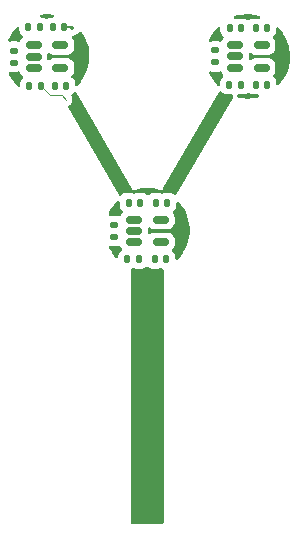
<source format=gbr>
%TF.GenerationSoftware,KiCad,Pcbnew,8.0.8-8.0.8-0~ubuntu22.04.1*%
%TF.CreationDate,2025-03-19T14:39:25-04:00*%
%TF.ProjectId,hpk_5mm,68706b5f-356d-46d2-9e6b-696361645f70,rev?*%
%TF.SameCoordinates,Original*%
%TF.FileFunction,Copper,L1,Top*%
%TF.FilePolarity,Positive*%
%FSLAX46Y46*%
G04 Gerber Fmt 4.6, Leading zero omitted, Abs format (unit mm)*
G04 Created by KiCad (PCBNEW 8.0.8-8.0.8-0~ubuntu22.04.1) date 2025-03-19 14:39:25*
%MOMM*%
%LPD*%
G01*
G04 APERTURE LIST*
G04 Aperture macros list*
%AMRoundRect*
0 Rectangle with rounded corners*
0 $1 Rounding radius*
0 $2 $3 $4 $5 $6 $7 $8 $9 X,Y pos of 4 corners*
0 Add a 4 corners polygon primitive as box body*
4,1,4,$2,$3,$4,$5,$6,$7,$8,$9,$2,$3,0*
0 Add four circle primitives for the rounded corners*
1,1,$1+$1,$2,$3*
1,1,$1+$1,$4,$5*
1,1,$1+$1,$6,$7*
1,1,$1+$1,$8,$9*
0 Add four rect primitives between the rounded corners*
20,1,$1+$1,$2,$3,$4,$5,0*
20,1,$1+$1,$4,$5,$6,$7,0*
20,1,$1+$1,$6,$7,$8,$9,0*
20,1,$1+$1,$8,$9,$2,$3,0*%
G04 Aperture macros list end*
%TA.AperFunction,SMDPad,CuDef*%
%ADD10RoundRect,0.135000X-0.185000X0.135000X-0.185000X-0.135000X0.185000X-0.135000X0.185000X0.135000X0*%
%TD*%
%TA.AperFunction,SMDPad,CuDef*%
%ADD11RoundRect,0.140000X0.140000X0.170000X-0.140000X0.170000X-0.140000X-0.170000X0.140000X-0.170000X0*%
%TD*%
%TA.AperFunction,SMDPad,CuDef*%
%ADD12RoundRect,0.140000X-0.140000X-0.170000X0.140000X-0.170000X0.140000X0.170000X-0.140000X0.170000X0*%
%TD*%
%TA.AperFunction,SMDPad,CuDef*%
%ADD13RoundRect,0.150000X-0.512500X-0.150000X0.512500X-0.150000X0.512500X0.150000X-0.512500X0.150000X0*%
%TD*%
%TA.AperFunction,SMDPad,CuDef*%
%ADD14RoundRect,0.135000X0.135000X0.185000X-0.135000X0.185000X-0.135000X-0.185000X0.135000X-0.185000X0*%
%TD*%
%TA.AperFunction,SMDPad,CuDef*%
%ADD15RoundRect,0.135000X-0.135000X-0.185000X0.135000X-0.185000X0.135000X0.185000X-0.135000X0.185000X0*%
%TD*%
%TA.AperFunction,ViaPad*%
%ADD16C,0.355600*%
%TD*%
%TA.AperFunction,Conductor*%
%ADD17C,0.101600*%
%TD*%
%TA.AperFunction,Conductor*%
%ADD18C,0.200000*%
%TD*%
G04 APERTURE END LIST*
D10*
%TO.P,R12,1*%
%TO.N,Net-(C11-Pad2)*%
X143700000Y-80790000D03*
%TO.P,R12,2*%
%TO.N,/sipm_tia3/VOUT*%
X143700000Y-81810000D03*
%TD*%
D11*
%TO.P,C2,1*%
%TO.N,/sipm_tia1/V+*%
X139458200Y-64048000D03*
%TO.P,C2,2*%
%TO.N,GND*%
X138498200Y-64048000D03*
%TD*%
D10*
%TO.P,R8,1*%
%TO.N,Net-(C7-Pad2)*%
X152241600Y-66023900D03*
%TO.P,R8,2*%
%TO.N,/sipm_tia2/VOUT*%
X152241600Y-67043900D03*
%TD*%
D12*
%TO.P,C4,1*%
%TO.N,/sipm_tia1/V-*%
X136418200Y-64048000D03*
%TO.P,C4,2*%
%TO.N,GND*%
X137378200Y-64048000D03*
%TD*%
D13*
%TO.P,U2,1*%
%TO.N,Net-(C7-Pad2)*%
X153904100Y-65583900D03*
%TO.P,U2,2,V-*%
%TO.N,/sipm_tia1/V-*%
X153904100Y-66533900D03*
%TO.P,U2,3,+*%
%TO.N,GND*%
X153904100Y-67483900D03*
%TO.P,U2,4,-*%
%TO.N,Net-(D2-A)*%
X156179100Y-67483900D03*
%TO.P,U2,5,V+*%
%TO.N,/sipm_tia1/V+*%
X156179100Y-65583900D03*
%TD*%
%TO.P,U3,1*%
%TO.N,Net-(C11-Pad2)*%
X145362500Y-80350000D03*
%TO.P,U3,2,V-*%
%TO.N,/sipm_tia1/V-*%
X145362500Y-81300000D03*
%TO.P,U3,3,+*%
%TO.N,GND*%
X145362500Y-82250000D03*
%TO.P,U3,4,-*%
%TO.N,Net-(D3-A)*%
X147637500Y-82250000D03*
%TO.P,U3,5,V+*%
%TO.N,/sipm_tia1/V+*%
X147637500Y-80350000D03*
%TD*%
D14*
%TO.P,R3,1*%
%TO.N,Net-(D1-A)*%
X137508200Y-69048000D03*
%TO.P,R3,2*%
%TO.N,Net-(C3-Pad2)*%
X136488200Y-69048000D03*
%TD*%
D12*
%TO.P,C6,1*%
%TO.N,/sipm_tia1/V+*%
X155661600Y-64133900D03*
%TO.P,C6,2*%
%TO.N,GND*%
X156621600Y-64133900D03*
%TD*%
%TO.P,C8,1*%
%TO.N,/sipm_tia1/V-*%
X153461600Y-64133900D03*
%TO.P,C8,2*%
%TO.N,GND*%
X154421600Y-64133900D03*
%TD*%
%TO.P,C11,1*%
%TO.N,Net-(D3-A)*%
X147120000Y-83700000D03*
%TO.P,C11,2*%
%TO.N,Net-(C11-Pad2)*%
X148080000Y-83700000D03*
%TD*%
%TO.P,C10,1*%
%TO.N,/sipm_tia1/V+*%
X147220000Y-78900000D03*
%TO.P,C10,2*%
%TO.N,GND*%
X148180000Y-78900000D03*
%TD*%
D15*
%TO.P,R11,1*%
%TO.N,Net-(D3-A)*%
X144790000Y-83700000D03*
%TO.P,R11,2*%
%TO.N,Net-(C11-Pad2)*%
X145810000Y-83700000D03*
%TD*%
D12*
%TO.P,C3,1*%
%TO.N,Net-(D1-A)*%
X138638200Y-69048000D03*
%TO.P,C3,2*%
%TO.N,Net-(C3-Pad2)*%
X139598200Y-69048000D03*
%TD*%
D15*
%TO.P,R7,1*%
%TO.N,Net-(D2-A)*%
X153421600Y-68933900D03*
%TO.P,R7,2*%
%TO.N,Net-(C7-Pad2)*%
X154441600Y-68933900D03*
%TD*%
D12*
%TO.P,C7,1*%
%TO.N,Net-(D2-A)*%
X155681600Y-68933900D03*
%TO.P,C7,2*%
%TO.N,Net-(C7-Pad2)*%
X156641600Y-68933900D03*
%TD*%
%TO.P,C12,1*%
%TO.N,/sipm_tia1/V-*%
X144920000Y-78900000D03*
%TO.P,C12,2*%
%TO.N,GND*%
X145880000Y-78900000D03*
%TD*%
D10*
%TO.P,R4,1*%
%TO.N,Net-(C3-Pad2)*%
X135198200Y-66038000D03*
%TO.P,R4,2*%
%TO.N,/sipm_tia1/VOUT*%
X135198200Y-67058000D03*
%TD*%
D13*
%TO.P,U1,1*%
%TO.N,Net-(C3-Pad2)*%
X136860700Y-65598000D03*
%TO.P,U1,2,V-*%
%TO.N,/sipm_tia1/V-*%
X136860700Y-66548000D03*
%TO.P,U1,3,+*%
%TO.N,GND*%
X136860700Y-67498000D03*
%TO.P,U1,4,-*%
%TO.N,Net-(D1-A)*%
X139135700Y-67498000D03*
%TO.P,U1,5,V+*%
%TO.N,/sipm_tia1/V+*%
X139135700Y-65598000D03*
%TD*%
D16*
%TO.N,/sipm_tia1/V+*%
X140111200Y-64112000D03*
%TD*%
D17*
%TO.N,Net-(D1-A)*%
X138284800Y-69824600D02*
X138480800Y-69824600D01*
X138480800Y-69824600D02*
X139242800Y-69824600D01*
X139242800Y-69824600D02*
X139598400Y-70180200D01*
X137508200Y-69048000D02*
X138284800Y-69824600D01*
D18*
%TO.N,/sipm_tia1/V+*%
X139458200Y-64048000D02*
X140047200Y-64048000D01*
X140047200Y-64048000D02*
X140111200Y-64112000D01*
%TD*%
%TA.AperFunction,Conductor*%
%TO.N,/sipm_tia1/VBIAS*%
G36*
X146509796Y-84321449D02*
G01*
X146554145Y-84349950D01*
X146584307Y-84380112D01*
X146584311Y-84380115D01*
X146584313Y-84380117D01*
X146723605Y-84462494D01*
X146764587Y-84474400D01*
X146879002Y-84507642D01*
X146879005Y-84507642D01*
X146879007Y-84507643D01*
X146915310Y-84510500D01*
X146915318Y-84510500D01*
X147324682Y-84510500D01*
X147324690Y-84510500D01*
X147360993Y-84507643D01*
X147360995Y-84507642D01*
X147360997Y-84507642D01*
X147414898Y-84491982D01*
X147516395Y-84462494D01*
X147536879Y-84450379D01*
X147604601Y-84433196D01*
X147663119Y-84450379D01*
X147683605Y-84462494D01*
X147786092Y-84492269D01*
X147844976Y-84529875D01*
X147874183Y-84593347D01*
X147875435Y-84615231D01*
X147875084Y-84626401D01*
X147875997Y-84631068D01*
X147878300Y-84654856D01*
X147878300Y-105996700D01*
X147858615Y-106063739D01*
X147805811Y-106109494D01*
X147754300Y-106120700D01*
X145257300Y-106120700D01*
X145190261Y-106101015D01*
X145144506Y-106048211D01*
X145133300Y-105996700D01*
X145133300Y-84654856D01*
X145135603Y-84631068D01*
X145136515Y-84626404D01*
X145136513Y-84626399D01*
X145136380Y-84622124D01*
X145135737Y-84617119D01*
X145135684Y-84617130D01*
X145131754Y-84597378D01*
X145137978Y-84527786D01*
X145180838Y-84472606D01*
X145190236Y-84466455D01*
X145236881Y-84438870D01*
X145304603Y-84421688D01*
X145363117Y-84438869D01*
X145420607Y-84472869D01*
X145420610Y-84472869D01*
X145420612Y-84472871D01*
X145574791Y-84517664D01*
X145574794Y-84517664D01*
X145574796Y-84517665D01*
X145610819Y-84520500D01*
X146009180Y-84520499D01*
X146045204Y-84517665D01*
X146199393Y-84472869D01*
X146337598Y-84391135D01*
X146378782Y-84349951D01*
X146440105Y-84316465D01*
X146509796Y-84321449D01*
G37*
%TD.AperFunction*%
%TA.AperFunction,Conductor*%
G36*
X149165703Y-78868911D02*
G01*
X149179865Y-78883369D01*
X149245723Y-78962624D01*
X149360007Y-79100158D01*
X149367430Y-79110057D01*
X149559866Y-79395293D01*
X149566265Y-79405882D01*
X149729312Y-79708865D01*
X149734625Y-79720039D01*
X149866673Y-80037781D01*
X149870845Y-80049429D01*
X149970568Y-80378734D01*
X149973559Y-80390740D01*
X150039969Y-80728355D01*
X150041748Y-80740600D01*
X150074181Y-81083144D01*
X150074731Y-81095504D01*
X150072866Y-81439572D01*
X150072182Y-81451926D01*
X150036037Y-81794104D01*
X150034125Y-81806329D01*
X149964059Y-82143199D01*
X149960938Y-82155171D01*
X149857653Y-82483377D01*
X149853355Y-82494979D01*
X149717874Y-82811263D01*
X149712441Y-82822379D01*
X149546113Y-83123588D01*
X149539599Y-83134107D01*
X149344084Y-83417238D01*
X149336554Y-83427056D01*
X149113798Y-83689291D01*
X149105328Y-83698309D01*
X149070536Y-83731831D01*
X149008601Y-83764170D01*
X148939014Y-83757891D01*
X148883869Y-83714987D01*
X148860673Y-83649081D01*
X148860500Y-83642535D01*
X148860500Y-83465317D01*
X148860499Y-83465302D01*
X148859359Y-83450819D01*
X148857643Y-83429007D01*
X148857076Y-83427056D01*
X148812495Y-83273609D01*
X148812494Y-83273606D01*
X148812494Y-83273605D01*
X148730117Y-83134313D01*
X148730115Y-83134311D01*
X148730112Y-83134307D01*
X148620556Y-83024751D01*
X148587071Y-82963428D01*
X148592055Y-82893736D01*
X148620553Y-82849392D01*
X148668081Y-82801865D01*
X148751744Y-82660398D01*
X148797598Y-82502569D01*
X148800500Y-82465694D01*
X148800500Y-82034306D01*
X148797598Y-81997431D01*
X148751744Y-81839602D01*
X148668081Y-81698135D01*
X148668079Y-81698133D01*
X148668076Y-81698129D01*
X148551870Y-81581923D01*
X148551862Y-81581917D01*
X148410396Y-81498255D01*
X148410393Y-81498254D01*
X148252573Y-81452402D01*
X148252567Y-81452401D01*
X148215701Y-81449500D01*
X148215694Y-81449500D01*
X147059306Y-81449500D01*
X147059298Y-81449500D01*
X147022432Y-81452401D01*
X147022426Y-81452402D01*
X146864606Y-81498254D01*
X146864603Y-81498255D01*
X146716420Y-81585890D01*
X146715345Y-81584073D01*
X146660448Y-81605620D01*
X146591932Y-81591931D01*
X146541694Y-81543373D01*
X146525500Y-81482104D01*
X146525500Y-81117895D01*
X146545185Y-81050856D01*
X146597989Y-81005101D01*
X146667147Y-80995157D01*
X146715496Y-81015671D01*
X146716420Y-81014110D01*
X146757034Y-81038128D01*
X146864602Y-81101744D01*
X146906224Y-81113836D01*
X147022426Y-81147597D01*
X147022429Y-81147597D01*
X147022431Y-81147598D01*
X147059306Y-81150500D01*
X147059314Y-81150500D01*
X148215686Y-81150500D01*
X148215694Y-81150500D01*
X148252569Y-81147598D01*
X148252571Y-81147597D01*
X148252573Y-81147597D01*
X148354806Y-81117895D01*
X148410398Y-81101744D01*
X148551865Y-81018081D01*
X148668081Y-80901865D01*
X148751744Y-80760398D01*
X148797598Y-80602569D01*
X148800500Y-80565694D01*
X148800500Y-80134306D01*
X148797598Y-80097431D01*
X148781534Y-80042140D01*
X148751745Y-79939606D01*
X148751744Y-79939603D01*
X148751744Y-79939602D01*
X148668081Y-79798135D01*
X148668079Y-79798133D01*
X148668076Y-79798129D01*
X148661813Y-79791866D01*
X148628328Y-79730543D01*
X148633312Y-79660851D01*
X148675184Y-79604918D01*
X148686365Y-79597457D01*
X148715687Y-79580117D01*
X148830117Y-79465687D01*
X148912494Y-79326395D01*
X148957643Y-79170993D01*
X148960500Y-79134690D01*
X148960500Y-78962624D01*
X148980185Y-78895585D01*
X149032989Y-78849830D01*
X149102147Y-78839886D01*
X149165703Y-78868911D01*
G37*
%TD.AperFunction*%
%TA.AperFunction,Conductor*%
G36*
X144156407Y-82548423D02*
G01*
X144215077Y-82586365D01*
X144240209Y-82632703D01*
X144248255Y-82660396D01*
X144331919Y-82801866D01*
X144333925Y-82804452D01*
X144334865Y-82806847D01*
X144335890Y-82808580D01*
X144335610Y-82808745D01*
X144359459Y-82869490D01*
X144345777Y-82938007D01*
X144299066Y-82987182D01*
X144262402Y-83008865D01*
X144262396Y-83008869D01*
X144148869Y-83122396D01*
X144148863Y-83122404D01*
X144067131Y-83260606D01*
X144067129Y-83260611D01*
X144022335Y-83414791D01*
X144022334Y-83414797D01*
X144019500Y-83450811D01*
X144019500Y-83495048D01*
X143999815Y-83562087D01*
X143947011Y-83607842D01*
X143877853Y-83617786D01*
X143814297Y-83588761D01*
X143800994Y-83575326D01*
X143675049Y-83427059D01*
X143667519Y-83417242D01*
X143471998Y-83134103D01*
X143465486Y-83123588D01*
X143299150Y-82822363D01*
X143293732Y-82811279D01*
X143265492Y-82745352D01*
X143257190Y-82675982D01*
X143287712Y-82613132D01*
X143347369Y-82576760D01*
X143408407Y-82577395D01*
X143408566Y-82576527D01*
X143413615Y-82577449D01*
X143414068Y-82577454D01*
X143414791Y-82577664D01*
X143414794Y-82577664D01*
X143414796Y-82577665D01*
X143450819Y-82580500D01*
X143949180Y-82580499D01*
X143985204Y-82577665D01*
X144086540Y-82548224D01*
X144156407Y-82548423D01*
G37*
%TD.AperFunction*%
%TA.AperFunction,Conductor*%
G36*
X144059735Y-78751041D02*
G01*
X144115342Y-78793346D01*
X144139249Y-78858998D01*
X144139500Y-78866883D01*
X144139500Y-79134697D01*
X144142356Y-79170991D01*
X144142357Y-79170997D01*
X144187504Y-79326390D01*
X144187505Y-79326393D01*
X144269881Y-79465684D01*
X144269887Y-79465692D01*
X144379443Y-79575248D01*
X144412928Y-79636571D01*
X144407944Y-79706263D01*
X144379443Y-79750610D01*
X144331923Y-79798129D01*
X144331917Y-79798137D01*
X144248255Y-79939603D01*
X144248253Y-79939606D01*
X144240210Y-79967294D01*
X144202604Y-80026180D01*
X144139131Y-80055386D01*
X144086539Y-80051775D01*
X143985208Y-80022335D01*
X143985202Y-80022334D01*
X143949181Y-80019500D01*
X143450830Y-80019500D01*
X143450808Y-80019501D01*
X143414796Y-80022335D01*
X143363515Y-80037233D01*
X143293646Y-80037032D01*
X143234977Y-79999090D01*
X143206134Y-79935451D01*
X143214417Y-79870569D01*
X143276975Y-79720039D01*
X143282281Y-79708877D01*
X143445342Y-79405868D01*
X143451724Y-79395307D01*
X143644175Y-79110048D01*
X143651585Y-79100166D01*
X143871513Y-78835497D01*
X143879849Y-78826427D01*
X143928504Y-78778522D01*
X143990084Y-78745516D01*
X144059735Y-78751041D01*
G37*
%TD.AperFunction*%
%TA.AperFunction,Conductor*%
G36*
X152748556Y-69474056D02*
G01*
X152778632Y-69508400D01*
X152780461Y-69511492D01*
X152780469Y-69511503D01*
X152893996Y-69625030D01*
X152894000Y-69625033D01*
X152894002Y-69625035D01*
X153032207Y-69706769D01*
X153072868Y-69718582D01*
X153186391Y-69751564D01*
X153186394Y-69751564D01*
X153186396Y-69751565D01*
X153222419Y-69754400D01*
X153620780Y-69754399D01*
X153638196Y-69753028D01*
X153706570Y-69767392D01*
X153756327Y-69816442D01*
X153771667Y-69884607D01*
X153754035Y-69940804D01*
X153753486Y-69941712D01*
X153749288Y-69947449D01*
X153734580Y-69972922D01*
X153733307Y-69975077D01*
X153715279Y-70004891D01*
X153712342Y-70011440D01*
X148959652Y-78243100D01*
X148909085Y-78291315D01*
X148840477Y-78304537D01*
X148775613Y-78278569D01*
X148764585Y-78268780D01*
X148715692Y-78219887D01*
X148715684Y-78219881D01*
X148625930Y-78166801D01*
X148576395Y-78137506D01*
X148576394Y-78137505D01*
X148576393Y-78137505D01*
X148576390Y-78137504D01*
X148420997Y-78092357D01*
X148420991Y-78092356D01*
X148384697Y-78089500D01*
X148384690Y-78089500D01*
X147975310Y-78089500D01*
X147975302Y-78089500D01*
X147939008Y-78092356D01*
X147939002Y-78092357D01*
X147783608Y-78137504D01*
X147783602Y-78137506D01*
X147763120Y-78149620D01*
X147695396Y-78166801D01*
X147636880Y-78149620D01*
X147616397Y-78137506D01*
X147616391Y-78137504D01*
X147460997Y-78092357D01*
X147460991Y-78092356D01*
X147424697Y-78089500D01*
X147424690Y-78089500D01*
X147015310Y-78089500D01*
X147015302Y-78089500D01*
X146979008Y-78092356D01*
X146979002Y-78092357D01*
X146823609Y-78137504D01*
X146823606Y-78137505D01*
X146684315Y-78219881D01*
X146684307Y-78219887D01*
X146637681Y-78266514D01*
X146576358Y-78299999D01*
X146506666Y-78295015D01*
X146462319Y-78266514D01*
X146415692Y-78219887D01*
X146415684Y-78219881D01*
X146325930Y-78166801D01*
X146276395Y-78137506D01*
X146276394Y-78137505D01*
X146276393Y-78137505D01*
X146276390Y-78137504D01*
X146120997Y-78092357D01*
X146120991Y-78092356D01*
X146084697Y-78089500D01*
X146084690Y-78089500D01*
X145675310Y-78089500D01*
X145675302Y-78089500D01*
X145639008Y-78092356D01*
X145639002Y-78092357D01*
X145483608Y-78137504D01*
X145483602Y-78137506D01*
X145463120Y-78149620D01*
X145395396Y-78166801D01*
X145336880Y-78149620D01*
X145316397Y-78137506D01*
X145316391Y-78137504D01*
X145160997Y-78092357D01*
X145160991Y-78092356D01*
X145124697Y-78089500D01*
X145124690Y-78089500D01*
X144715310Y-78089500D01*
X144715302Y-78089500D01*
X144679008Y-78092356D01*
X144679002Y-78092357D01*
X144523609Y-78137504D01*
X144523606Y-78137505D01*
X144384315Y-78219881D01*
X144384311Y-78219884D01*
X144279371Y-78324824D01*
X144218048Y-78358308D01*
X144148356Y-78353324D01*
X144092423Y-78311452D01*
X144084308Y-78299149D01*
X139784778Y-70852363D01*
X139768305Y-70784464D01*
X139791157Y-70718437D01*
X139830161Y-70682979D01*
X139936906Y-70621350D01*
X140039550Y-70518706D01*
X140112130Y-70392994D01*
X140149700Y-70252780D01*
X140149700Y-70107619D01*
X140112130Y-69967406D01*
X140076032Y-69904883D01*
X140059560Y-69836985D01*
X140082412Y-69770958D01*
X140120298Y-69736153D01*
X140133887Y-69728117D01*
X140248317Y-69613687D01*
X140271306Y-69574813D01*
X140322374Y-69527131D01*
X140391116Y-69514627D01*
X140455705Y-69541272D01*
X140485423Y-69575933D01*
X141029751Y-70518708D01*
X145212294Y-77762874D01*
X145215235Y-77769433D01*
X145233263Y-77799245D01*
X145234539Y-77801405D01*
X145247868Y-77824489D01*
X145249639Y-77826322D01*
X145265963Y-77836973D01*
X145273689Y-77842445D01*
X145286186Y-77852034D01*
X145286190Y-77852035D01*
X145291209Y-77854510D01*
X145296024Y-77857255D01*
X145298377Y-77858123D01*
X145298379Y-77858123D01*
X145298382Y-77858125D01*
X145310706Y-77859727D01*
X145326795Y-77862914D01*
X145335180Y-77865161D01*
X145335184Y-77865160D01*
X145347369Y-77865959D01*
X145347357Y-77866131D01*
X145350866Y-77866128D01*
X145356093Y-77865629D01*
X145356099Y-77865630D01*
X145361149Y-77863958D01*
X145383911Y-77858745D01*
X145385469Y-77858540D01*
X145385470Y-77858539D01*
X145385473Y-77858539D01*
X145394848Y-77855356D01*
X145409028Y-77849382D01*
X145692134Y-77769856D01*
X145703131Y-77767301D01*
X146012589Y-77710168D01*
X146023787Y-77708624D01*
X146337164Y-77679937D01*
X146348468Y-77679422D01*
X146663133Y-77679422D01*
X146674436Y-77679937D01*
X146987809Y-77708624D01*
X146999012Y-77710168D01*
X147308464Y-77767300D01*
X147319469Y-77769857D01*
X147602578Y-77849384D01*
X147616760Y-77855359D01*
X147626126Y-77858538D01*
X147626131Y-77858541D01*
X147627695Y-77858747D01*
X147650452Y-77863961D01*
X147655500Y-77865631D01*
X147660728Y-77866129D01*
X147664243Y-77866132D01*
X147664232Y-77865960D01*
X147676414Y-77865161D01*
X147676420Y-77865162D01*
X147684808Y-77862914D01*
X147700900Y-77859727D01*
X147713218Y-77858126D01*
X147713221Y-77858123D01*
X147715585Y-77857251D01*
X147720399Y-77854507D01*
X147725409Y-77852036D01*
X147725414Y-77852035D01*
X147737916Y-77842441D01*
X147745617Y-77836986D01*
X147761962Y-77826322D01*
X147761964Y-77826318D01*
X147761965Y-77826318D01*
X147763730Y-77824491D01*
X147765653Y-77821160D01*
X147765656Y-77821158D01*
X147777145Y-77801258D01*
X147778261Y-77799368D01*
X147792080Y-77776519D01*
X147792080Y-77776516D01*
X147796376Y-77769413D01*
X147799314Y-77762860D01*
X147830628Y-77708624D01*
X152564519Y-69509522D01*
X152615084Y-69461310D01*
X152683691Y-69448088D01*
X152748556Y-69474056D01*
G37*
%TD.AperFunction*%
%TA.AperFunction,Conductor*%
G36*
X155106393Y-69590346D02*
G01*
X155138420Y-69610944D01*
X155139747Y-69609234D01*
X155145910Y-69614014D01*
X155145913Y-69614017D01*
X155285205Y-69696394D01*
X155320912Y-69706768D01*
X155440602Y-69741542D01*
X155440605Y-69741542D01*
X155440607Y-69741543D01*
X155476910Y-69744400D01*
X155476918Y-69744400D01*
X155835625Y-69744400D01*
X155902664Y-69764085D01*
X155948419Y-69816889D01*
X155958363Y-69886047D01*
X155929338Y-69949603D01*
X155870560Y-69987377D01*
X155866026Y-69988615D01*
X155756388Y-70016307D01*
X155707269Y-70028713D01*
X155694739Y-70031199D01*
X155343160Y-70082298D01*
X155330440Y-70083481D01*
X154975492Y-70098135D01*
X154962718Y-70098004D01*
X154608134Y-70076060D01*
X154595441Y-70074615D01*
X154275752Y-70021423D01*
X154245000Y-70016306D01*
X154232527Y-70013564D01*
X154164103Y-69994778D01*
X154104668Y-69958048D01*
X154074526Y-69895015D01*
X154083247Y-69825691D01*
X154128063Y-69772088D01*
X154194744Y-69751223D01*
X154206661Y-69751586D01*
X154211511Y-69751967D01*
X154242419Y-69754400D01*
X154640780Y-69754399D01*
X154676804Y-69751565D01*
X154830993Y-69706769D01*
X154969198Y-69625035D01*
X154975381Y-69618851D01*
X155036701Y-69585365D01*
X155106393Y-69590346D01*
G37*
%TD.AperFunction*%
%TA.AperFunction,Conductor*%
G36*
X135654607Y-67796423D02*
G01*
X135713277Y-67834365D01*
X135738409Y-67880703D01*
X135746455Y-67908396D01*
X135830117Y-68049862D01*
X135830123Y-68049870D01*
X135946329Y-68166076D01*
X135950669Y-68169442D01*
X135991580Y-68226082D01*
X135995375Y-68295848D01*
X135962358Y-68355108D01*
X135847066Y-68470400D01*
X135847063Y-68470404D01*
X135765331Y-68608606D01*
X135765329Y-68608611D01*
X135720535Y-68762791D01*
X135720534Y-68762797D01*
X135717700Y-68798811D01*
X135717700Y-68984421D01*
X135698015Y-69051460D01*
X135645211Y-69097215D01*
X135576053Y-69107159D01*
X135512497Y-69078134D01*
X135508028Y-69074066D01*
X135412374Y-68982651D01*
X135403611Y-68973366D01*
X135173395Y-68702790D01*
X135165638Y-68692660D01*
X134964470Y-68399817D01*
X134957791Y-68388932D01*
X134946504Y-68368215D01*
X134787831Y-68076964D01*
X134782307Y-68065450D01*
X134780796Y-68061833D01*
X134750168Y-67988530D01*
X134742487Y-67919086D01*
X134773570Y-67856511D01*
X134833549Y-67820674D01*
X134899179Y-67821650D01*
X134912996Y-67825665D01*
X134949019Y-67828500D01*
X135447380Y-67828499D01*
X135483404Y-67825665D01*
X135584740Y-67796224D01*
X135654607Y-67796423D01*
G37*
%TD.AperFunction*%
%TA.AperFunction,Conductor*%
G36*
X152698007Y-67782323D02*
G01*
X152756677Y-67820265D01*
X152781809Y-67866603D01*
X152789855Y-67894296D01*
X152789856Y-67894298D01*
X152798195Y-67908398D01*
X152873517Y-68035762D01*
X152873523Y-68035770D01*
X152899586Y-68061833D01*
X152933071Y-68123156D01*
X152928087Y-68192848D01*
X152897210Y-68234940D01*
X152899518Y-68237248D01*
X152780469Y-68356296D01*
X152780463Y-68356304D01*
X152698731Y-68494506D01*
X152698729Y-68494511D01*
X152653935Y-68648691D01*
X152653934Y-68648697D01*
X152651100Y-68684711D01*
X152651100Y-68918216D01*
X152631415Y-68985255D01*
X152578611Y-69031010D01*
X152509453Y-69040954D01*
X152445897Y-69011929D01*
X152439960Y-69006435D01*
X152372211Y-68939514D01*
X152363596Y-68930080D01*
X152267514Y-68813302D01*
X152137865Y-68655728D01*
X152130280Y-68645473D01*
X151933981Y-68349363D01*
X151927484Y-68338372D01*
X151926572Y-68336631D01*
X151814800Y-68123156D01*
X151762695Y-68023641D01*
X151757360Y-68012033D01*
X151734916Y-67955721D01*
X151728381Y-67886158D01*
X151760492Y-67824104D01*
X151821054Y-67789262D01*
X151884698Y-67790734D01*
X151956396Y-67811565D01*
X151992419Y-67814400D01*
X152490780Y-67814399D01*
X152526804Y-67811565D01*
X152628140Y-67782124D01*
X152698007Y-67782323D01*
G37*
%TD.AperFunction*%
%TA.AperFunction,Conductor*%
G36*
X140889816Y-64427380D02*
G01*
X140904178Y-64443183D01*
X140950660Y-64504146D01*
X140957873Y-64514691D01*
X141143070Y-64817873D01*
X141149151Y-64829089D01*
X141302173Y-65149720D01*
X141307071Y-65161509D01*
X141426291Y-65496178D01*
X141429952Y-65508416D01*
X141514103Y-65853560D01*
X141516486Y-65866112D01*
X141564681Y-66218099D01*
X141565759Y-66230828D01*
X141577483Y-66585882D01*
X141577247Y-66598654D01*
X141552377Y-66953054D01*
X141550827Y-66965735D01*
X141489628Y-67315681D01*
X141486782Y-67328135D01*
X141389902Y-67669929D01*
X141385790Y-67682024D01*
X141254257Y-68012041D01*
X141248922Y-68023648D01*
X141084133Y-68338381D01*
X141077632Y-68349379D01*
X140881341Y-68645477D01*
X140873744Y-68655747D01*
X140648022Y-68930088D01*
X140639407Y-68939522D01*
X140589840Y-68988483D01*
X140528312Y-69021590D01*
X140458653Y-69016177D01*
X140402978Y-68973962D01*
X140378964Y-68908349D01*
X140378700Y-68900264D01*
X140378700Y-68813317D01*
X140378699Y-68813302D01*
X140377559Y-68798819D01*
X140375843Y-68777007D01*
X140372560Y-68765708D01*
X140338563Y-68648691D01*
X140330694Y-68621605D01*
X140248317Y-68482313D01*
X140248315Y-68482311D01*
X140248312Y-68482307D01*
X140133892Y-68367887D01*
X140133884Y-68367881D01*
X140092005Y-68343114D01*
X140044322Y-68292045D01*
X140031818Y-68223303D01*
X140058463Y-68158714D01*
X140067436Y-68148709D01*
X140166281Y-68049865D01*
X140249944Y-67908398D01*
X140286995Y-67780869D01*
X140295797Y-67750573D01*
X140295798Y-67750567D01*
X140298700Y-67713694D01*
X140298700Y-67282306D01*
X140295798Y-67245431D01*
X140291274Y-67229860D01*
X140249945Y-67087606D01*
X140249944Y-67087603D01*
X140249944Y-67087602D01*
X140166281Y-66946135D01*
X140166279Y-66946133D01*
X140166276Y-66946129D01*
X140050070Y-66829923D01*
X140050062Y-66829917D01*
X139908596Y-66746255D01*
X139908593Y-66746254D01*
X139750773Y-66700402D01*
X139750767Y-66700401D01*
X139713901Y-66697500D01*
X139713894Y-66697500D01*
X138557506Y-66697500D01*
X138557498Y-66697500D01*
X138520632Y-66700401D01*
X138520626Y-66700402D01*
X138362806Y-66746254D01*
X138362803Y-66746255D01*
X138214620Y-66833890D01*
X138213545Y-66832073D01*
X138158648Y-66853620D01*
X138090132Y-66839931D01*
X138039894Y-66791373D01*
X138023700Y-66730104D01*
X138023700Y-66365895D01*
X138043385Y-66298856D01*
X138096189Y-66253101D01*
X138165347Y-66243157D01*
X138213696Y-66263671D01*
X138214620Y-66262110D01*
X138252913Y-66284756D01*
X138362802Y-66349744D01*
X138369862Y-66351795D01*
X138520626Y-66395597D01*
X138520629Y-66395597D01*
X138520631Y-66395598D01*
X138557506Y-66398500D01*
X138557514Y-66398500D01*
X139713886Y-66398500D01*
X139713894Y-66398500D01*
X139750769Y-66395598D01*
X139750771Y-66395597D01*
X139750773Y-66395597D01*
X139853006Y-66365895D01*
X139908598Y-66349744D01*
X140050065Y-66266081D01*
X140166281Y-66149865D01*
X140249944Y-66008398D01*
X140295798Y-65850569D01*
X140298700Y-65813694D01*
X140298700Y-65382306D01*
X140295798Y-65345431D01*
X140293634Y-65337984D01*
X140249945Y-65187606D01*
X140249944Y-65187603D01*
X140249944Y-65187602D01*
X140166281Y-65046135D01*
X140166279Y-65046133D01*
X140166276Y-65046129D01*
X140121180Y-65001033D01*
X140087695Y-64939710D01*
X140092679Y-64870018D01*
X140134551Y-64814085D01*
X140186554Y-64793215D01*
X140186278Y-64792095D01*
X140353491Y-64750881D01*
X140353491Y-64750880D01*
X140353495Y-64750880D01*
X140499348Y-64674330D01*
X140622644Y-64565100D01*
X140703523Y-64447924D01*
X140757803Y-64403937D01*
X140827251Y-64396277D01*
X140889816Y-64427380D01*
G37*
%TD.AperFunction*%
%TA.AperFunction,Conductor*%
G36*
X157607303Y-64085232D02*
G01*
X157617838Y-64095518D01*
X157764803Y-64257123D01*
X157772900Y-64267004D01*
X157947597Y-64504146D01*
X157983613Y-64553035D01*
X157990643Y-64563686D01*
X158016333Y-64607345D01*
X158170810Y-64869880D01*
X158176713Y-64881209D01*
X158324422Y-65204318D01*
X158329127Y-65216195D01*
X158442802Y-65552767D01*
X158446261Y-65565065D01*
X158514416Y-65866112D01*
X158524703Y-65911548D01*
X158526879Y-65924136D01*
X158569259Y-66276871D01*
X158570127Y-66289617D01*
X158575990Y-66644819D01*
X158575543Y-66657586D01*
X158544828Y-67011522D01*
X158543069Y-67024175D01*
X158476104Y-67373062D01*
X158473053Y-67385467D01*
X158370547Y-67725611D01*
X158366236Y-67737637D01*
X158229273Y-68065442D01*
X158223747Y-68076959D01*
X158053791Y-68388921D01*
X158047109Y-68399810D01*
X157845949Y-68692641D01*
X157838184Y-68702784D01*
X157640539Y-68935077D01*
X157582107Y-68973379D01*
X157512240Y-68974009D01*
X157453123Y-68936767D01*
X157423526Y-68873475D01*
X157422100Y-68854722D01*
X157422100Y-68699217D01*
X157422099Y-68699202D01*
X157421997Y-68697908D01*
X157419243Y-68662907D01*
X157417159Y-68655735D01*
X157374095Y-68507509D01*
X157374094Y-68507506D01*
X157374094Y-68507505D01*
X157291717Y-68368213D01*
X157291715Y-68368211D01*
X157291712Y-68368207D01*
X157172156Y-68248651D01*
X157138671Y-68187328D01*
X157143655Y-68117636D01*
X157172156Y-68073289D01*
X157209681Y-68035765D01*
X157293344Y-67894298D01*
X157339198Y-67736469D01*
X157342100Y-67699594D01*
X157342100Y-67268206D01*
X157339198Y-67231331D01*
X157293344Y-67073502D01*
X157209681Y-66932035D01*
X157209679Y-66932033D01*
X157209676Y-66932029D01*
X157093470Y-66815823D01*
X157093462Y-66815817D01*
X156975838Y-66746255D01*
X156951998Y-66732156D01*
X156951997Y-66732155D01*
X156951996Y-66732155D01*
X156951993Y-66732154D01*
X156794173Y-66686302D01*
X156794167Y-66686301D01*
X156757301Y-66683400D01*
X156757294Y-66683400D01*
X155600906Y-66683400D01*
X155600898Y-66683400D01*
X155564032Y-66686301D01*
X155564026Y-66686302D01*
X155406206Y-66732154D01*
X155406203Y-66732155D01*
X155258020Y-66819790D01*
X155256945Y-66817973D01*
X155202048Y-66839520D01*
X155133532Y-66825831D01*
X155083294Y-66777273D01*
X155067100Y-66716004D01*
X155067100Y-66351795D01*
X155086785Y-66284756D01*
X155139589Y-66239001D01*
X155208747Y-66229057D01*
X155257096Y-66249571D01*
X155258020Y-66248010D01*
X155298634Y-66272028D01*
X155406202Y-66335644D01*
X155447824Y-66347736D01*
X155564026Y-66381497D01*
X155564029Y-66381497D01*
X155564031Y-66381498D01*
X155600906Y-66384400D01*
X155600914Y-66384400D01*
X156757286Y-66384400D01*
X156757294Y-66384400D01*
X156794169Y-66381498D01*
X156794171Y-66381497D01*
X156794173Y-66381497D01*
X156896406Y-66351795D01*
X156951998Y-66335644D01*
X157093465Y-66251981D01*
X157209681Y-66135765D01*
X157293344Y-65994298D01*
X157339198Y-65836469D01*
X157342100Y-65799594D01*
X157342100Y-65368206D01*
X157339198Y-65331331D01*
X157334491Y-65315131D01*
X157293345Y-65173506D01*
X157293344Y-65173503D01*
X157293344Y-65173502D01*
X157209681Y-65032035D01*
X157209679Y-65032033D01*
X157209676Y-65032029D01*
X157162157Y-64984510D01*
X157128672Y-64923187D01*
X157133656Y-64853495D01*
X157162157Y-64809148D01*
X157271712Y-64699592D01*
X157271717Y-64699587D01*
X157354094Y-64560295D01*
X157399243Y-64404893D01*
X157402100Y-64368590D01*
X157402100Y-64178945D01*
X157421785Y-64111906D01*
X157474589Y-64066151D01*
X157543747Y-64056207D01*
X157607303Y-64085232D01*
G37*
%TD.AperFunction*%
%TA.AperFunction,Conductor*%
G36*
X135551479Y-64029802D02*
G01*
X135609334Y-64068976D01*
X135636826Y-64133210D01*
X135637700Y-64147907D01*
X135637700Y-64282697D01*
X135640556Y-64318991D01*
X135640557Y-64318997D01*
X135685704Y-64474390D01*
X135685705Y-64474393D01*
X135685706Y-64474395D01*
X135706311Y-64509236D01*
X135768081Y-64613684D01*
X135768087Y-64613692D01*
X135882507Y-64728112D01*
X135882516Y-64728119D01*
X135911826Y-64745453D01*
X135959510Y-64796522D01*
X135972013Y-64865264D01*
X135945367Y-64929853D01*
X135936387Y-64939866D01*
X135830120Y-65046133D01*
X135830117Y-65046137D01*
X135746455Y-65187603D01*
X135746453Y-65187606D01*
X135738410Y-65215294D01*
X135700804Y-65274180D01*
X135637331Y-65303386D01*
X135584739Y-65299775D01*
X135483408Y-65270335D01*
X135483402Y-65270334D01*
X135447381Y-65267500D01*
X134949030Y-65267500D01*
X134949008Y-65267501D01*
X134912997Y-65270334D01*
X134885733Y-65278255D01*
X134877653Y-65280602D01*
X134807785Y-65280403D01*
X134749115Y-65242460D01*
X134720272Y-65178821D01*
X134730284Y-65109973D01*
X134834872Y-64881189D01*
X134840765Y-64869879D01*
X135020942Y-64563670D01*
X135027962Y-64553035D01*
X135238682Y-64266992D01*
X135246776Y-64257115D01*
X135279031Y-64221648D01*
X135421962Y-64064478D01*
X135481630Y-64028126D01*
X135551479Y-64029802D01*
G37*
%TD.AperFunction*%
%TA.AperFunction,Conductor*%
G36*
X152596823Y-63985611D02*
G01*
X152654024Y-64025734D01*
X152680452Y-64090413D01*
X152681100Y-64103076D01*
X152681100Y-64368597D01*
X152683956Y-64404891D01*
X152683957Y-64404897D01*
X152729104Y-64560290D01*
X152729105Y-64560293D01*
X152729106Y-64560295D01*
X152731118Y-64563697D01*
X152811481Y-64699584D01*
X152811487Y-64699592D01*
X152921043Y-64809148D01*
X152954528Y-64870471D01*
X152949544Y-64940163D01*
X152921043Y-64984510D01*
X152873523Y-65032029D01*
X152873517Y-65032037D01*
X152789855Y-65173503D01*
X152789853Y-65173506D01*
X152781810Y-65201194D01*
X152744204Y-65260080D01*
X152680731Y-65289286D01*
X152628139Y-65285675D01*
X152526808Y-65256235D01*
X152526802Y-65256234D01*
X152490781Y-65253400D01*
X151992430Y-65253400D01*
X151992408Y-65253401D01*
X151956397Y-65256234D01*
X151876333Y-65279495D01*
X151806463Y-65279294D01*
X151747794Y-65241352D01*
X151718951Y-65177713D01*
X151729093Y-65108583D01*
X151729767Y-65107145D01*
X151862468Y-64829092D01*
X151868545Y-64817885D01*
X152053751Y-64514691D01*
X152060946Y-64504171D01*
X152083649Y-64474395D01*
X152276360Y-64221642D01*
X152284616Y-64211901D01*
X152466752Y-64018146D01*
X152527011Y-63982782D01*
X152596823Y-63985611D01*
G37*
%TD.AperFunction*%
%TA.AperFunction,Conductor*%
G36*
X155212875Y-62959942D02*
G01*
X155225616Y-62960705D01*
X155578673Y-63000171D01*
X155591278Y-63002242D01*
X155938412Y-63077826D01*
X155950722Y-63081179D01*
X155973968Y-63088816D01*
X156031512Y-63128444D01*
X156058498Y-63192892D01*
X156046356Y-63261698D01*
X155998943Y-63313018D01*
X155931310Y-63330557D01*
X155908894Y-63327003D01*
X155908823Y-63327395D01*
X155902591Y-63326256D01*
X155866297Y-63323400D01*
X155866290Y-63323400D01*
X155456910Y-63323400D01*
X155456902Y-63323400D01*
X155420608Y-63326256D01*
X155420602Y-63326257D01*
X155265209Y-63371404D01*
X155265206Y-63371405D01*
X155125915Y-63453781D01*
X155119747Y-63458566D01*
X155118141Y-63456496D01*
X155067958Y-63483899D01*
X154998266Y-63478915D01*
X154964501Y-63457214D01*
X154963453Y-63458566D01*
X154957284Y-63453781D01*
X154853149Y-63392196D01*
X154817995Y-63371406D01*
X154817994Y-63371405D01*
X154817993Y-63371405D01*
X154817990Y-63371404D01*
X154662597Y-63326257D01*
X154662591Y-63326256D01*
X154626297Y-63323400D01*
X154626290Y-63323400D01*
X154216910Y-63323400D01*
X154216902Y-63323400D01*
X154180608Y-63326256D01*
X154180602Y-63326257D01*
X154025208Y-63371404D01*
X154025202Y-63371406D01*
X154004720Y-63383520D01*
X153936996Y-63400701D01*
X153878480Y-63383520D01*
X153851281Y-63367435D01*
X153852702Y-63365031D01*
X153809221Y-63328864D01*
X153788188Y-63262235D01*
X153806517Y-63194812D01*
X153858387Y-63148001D01*
X153875401Y-63141308D01*
X154117861Y-63066052D01*
X154130220Y-63062904D01*
X154478562Y-62993058D01*
X154491177Y-62991198D01*
X154844866Y-62957562D01*
X154857599Y-62957010D01*
X155212875Y-62959942D01*
G37*
%TD.AperFunction*%
%TA.AperFunction,Conductor*%
G36*
X138166735Y-62957542D02*
G01*
X138508631Y-62990057D01*
X138573505Y-63016000D01*
X138614056Y-63072899D01*
X138617407Y-63142688D01*
X138582495Y-63203210D01*
X138520405Y-63235250D01*
X138496891Y-63237500D01*
X138293502Y-63237500D01*
X138257208Y-63240356D01*
X138257202Y-63240357D01*
X138101809Y-63285504D01*
X138101808Y-63285504D01*
X138001320Y-63344932D01*
X137933596Y-63362114D01*
X137875080Y-63344932D01*
X137821115Y-63313018D01*
X137774595Y-63285506D01*
X137774591Y-63285505D01*
X137774590Y-63285504D01*
X137619197Y-63240357D01*
X137619191Y-63240356D01*
X137582897Y-63237500D01*
X137582890Y-63237500D01*
X137535114Y-63237500D01*
X137468075Y-63217815D01*
X137422320Y-63165011D01*
X137412376Y-63095853D01*
X137441401Y-63032297D01*
X137500179Y-62994523D01*
X137521339Y-62990268D01*
X137529087Y-62989401D01*
X137785983Y-62960685D01*
X137798722Y-62959922D01*
X138154000Y-62956990D01*
X138166735Y-62957542D01*
G37*
%TD.AperFunction*%
%TD*%
M02*

</source>
